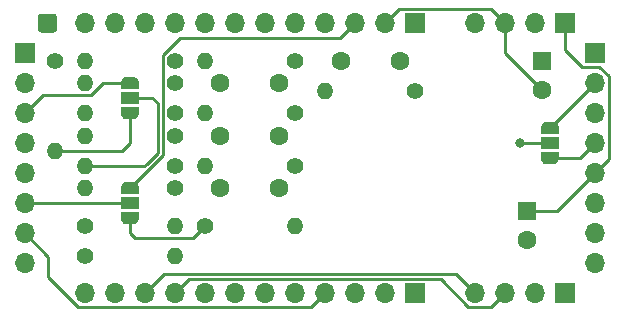
<source format=gbl>
G04 #@! TF.GenerationSoftware,KiCad,Pcbnew,(5.1.6-0-10_14)*
G04 #@! TF.CreationDate,2021-03-21T15:45:56+00:00*
G04 #@! TF.ProjectId,JuntetOnSteroidsTTGO,4a756e74-6574-44f6-9e53-7465726f6964,0.3*
G04 #@! TF.SameCoordinates,PX5faea10PY5734380*
G04 #@! TF.FileFunction,Copper,L2,Bot*
G04 #@! TF.FilePolarity,Positive*
%FSLAX46Y46*%
G04 Gerber Fmt 4.6, Leading zero omitted, Abs format (unit mm)*
G04 Created by KiCad (PCBNEW (5.1.6-0-10_14)) date 2021-03-21 15:45:56*
%MOMM*%
%LPD*%
G01*
G04 APERTURE LIST*
G04 #@! TA.AperFunction,SMDPad,CuDef*
%ADD10R,1.500000X1.000000*%
G04 #@! TD*
G04 #@! TA.AperFunction,SMDPad,CuDef*
%ADD11C,0.100000*%
G04 #@! TD*
G04 #@! TA.AperFunction,ComponentPad*
%ADD12R,1.700000X1.700000*%
G04 #@! TD*
G04 #@! TA.AperFunction,ComponentPad*
%ADD13O,1.700000X1.700000*%
G04 #@! TD*
G04 #@! TA.AperFunction,ComponentPad*
%ADD14O,1.400000X1.400000*%
G04 #@! TD*
G04 #@! TA.AperFunction,ComponentPad*
%ADD15C,1.400000*%
G04 #@! TD*
G04 #@! TA.AperFunction,ComponentPad*
%ADD16C,1.600000*%
G04 #@! TD*
G04 #@! TA.AperFunction,ComponentPad*
%ADD17R,1.600000X1.600000*%
G04 #@! TD*
G04 #@! TA.AperFunction,ViaPad*
%ADD18C,0.800000*%
G04 #@! TD*
G04 #@! TA.AperFunction,Conductor*
%ADD19C,0.250000*%
G04 #@! TD*
G04 APERTURE END LIST*
G04 #@! TO.P,TP1,1*
G04 #@! TO.N,/Vin*
G04 #@! TA.AperFunction,ComponentPad*
G36*
G01*
X4280000Y25485000D02*
X4280000Y26585000D01*
G75*
G02*
X4530000Y26835000I250000J0D01*
G01*
X5630000Y26835000D01*
G75*
G02*
X5880000Y26585000I0J-250000D01*
G01*
X5880000Y25485000D01*
G75*
G02*
X5630000Y25235000I-250000J0D01*
G01*
X4530000Y25235000D01*
G75*
G02*
X4280000Y25485000I0J250000D01*
G01*
G37*
G04 #@! TD.AperFunction*
G04 #@! TD*
D10*
G04 #@! TO.P,JP3,2*
G04 #@! TO.N,Net-(JP3-Pad2)*
X12065000Y19685000D03*
G04 #@! TA.AperFunction,SMDPad,CuDef*
D11*
G04 #@! TO.P,JP3,3*
G04 #@! TO.N,Net-(JP3-Pad3)*
G36*
X12814398Y18385000D02*
G01*
X12814398Y18360466D01*
X12809588Y18311635D01*
X12800016Y18263510D01*
X12785772Y18216555D01*
X12766995Y18171222D01*
X12743864Y18127949D01*
X12716604Y18087150D01*
X12685476Y18049221D01*
X12650779Y18014524D01*
X12612850Y17983396D01*
X12572051Y17956136D01*
X12528778Y17933005D01*
X12483445Y17914228D01*
X12436490Y17899984D01*
X12388365Y17890412D01*
X12339534Y17885602D01*
X12315000Y17885602D01*
X12315000Y17885000D01*
X11815000Y17885000D01*
X11815000Y17885602D01*
X11790466Y17885602D01*
X11741635Y17890412D01*
X11693510Y17899984D01*
X11646555Y17914228D01*
X11601222Y17933005D01*
X11557949Y17956136D01*
X11517150Y17983396D01*
X11479221Y18014524D01*
X11444524Y18049221D01*
X11413396Y18087150D01*
X11386136Y18127949D01*
X11363005Y18171222D01*
X11344228Y18216555D01*
X11329984Y18263510D01*
X11320412Y18311635D01*
X11315602Y18360466D01*
X11315602Y18385000D01*
X11315000Y18385000D01*
X11315000Y18935000D01*
X12815000Y18935000D01*
X12815000Y18385000D01*
X12814398Y18385000D01*
G37*
G04 #@! TD.AperFunction*
G04 #@! TA.AperFunction,SMDPad,CuDef*
G04 #@! TO.P,JP3,1*
G04 #@! TO.N,/Vin_sense*
G36*
X11315000Y20435000D02*
G01*
X11315000Y20985000D01*
X11315602Y20985000D01*
X11315602Y21009534D01*
X11320412Y21058365D01*
X11329984Y21106490D01*
X11344228Y21153445D01*
X11363005Y21198778D01*
X11386136Y21242051D01*
X11413396Y21282850D01*
X11444524Y21320779D01*
X11479221Y21355476D01*
X11517150Y21386604D01*
X11557949Y21413864D01*
X11601222Y21436995D01*
X11646555Y21455772D01*
X11693510Y21470016D01*
X11741635Y21479588D01*
X11790466Y21484398D01*
X11815000Y21484398D01*
X11815000Y21485000D01*
X12315000Y21485000D01*
X12315000Y21484398D01*
X12339534Y21484398D01*
X12388365Y21479588D01*
X12436490Y21470016D01*
X12483445Y21455772D01*
X12528778Y21436995D01*
X12572051Y21413864D01*
X12612850Y21386604D01*
X12650779Y21355476D01*
X12685476Y21320779D01*
X12716604Y21282850D01*
X12743864Y21242051D01*
X12766995Y21198778D01*
X12785772Y21153445D01*
X12800016Y21106490D01*
X12809588Y21058365D01*
X12814398Y21009534D01*
X12814398Y20985000D01*
X12815000Y20985000D01*
X12815000Y20435000D01*
X11315000Y20435000D01*
G37*
G04 #@! TD.AperFunction*
G04 #@! TD*
D12*
G04 #@! TO.P,J3,1*
G04 #@! TO.N,VCC*
X48895000Y26035000D03*
D13*
G04 #@! TO.P,J3,2*
G04 #@! TO.N,/TX*
X46355000Y26035000D03*
G04 #@! TO.P,J3,3*
G04 #@! TO.N,/GND*
X43815000Y26035000D03*
G04 #@! TO.P,J3,4*
G04 #@! TO.N,/RX*
X41275000Y26035000D03*
G04 #@! TD*
G04 #@! TO.P,J6,4*
G04 #@! TO.N,/SDA*
X41275000Y3175000D03*
G04 #@! TO.P,J6,3*
G04 #@! TO.N,/SCL*
X43815000Y3175000D03*
G04 #@! TO.P,J6,2*
G04 #@! TO.N,/GND*
X46355000Y3175000D03*
D12*
G04 #@! TO.P,J6,1*
G04 #@! TO.N,+3V3*
X48895000Y3175000D03*
G04 #@! TD*
D14*
G04 #@! TO.P,R6,2*
G04 #@! TO.N,/GND*
X26035000Y8890000D03*
D15*
G04 #@! TO.P,R6,1*
G04 #@! TO.N,Net-(JP2-Pad3)*
X18415000Y8890000D03*
G04 #@! TD*
D10*
G04 #@! TO.P,JP2,2*
G04 #@! TO.N,/!ON*
X12065000Y10795000D03*
G04 #@! TA.AperFunction,SMDPad,CuDef*
D11*
G04 #@! TO.P,JP2,3*
G04 #@! TO.N,Net-(JP2-Pad3)*
G36*
X12814398Y9495000D02*
G01*
X12814398Y9470466D01*
X12809588Y9421635D01*
X12800016Y9373510D01*
X12785772Y9326555D01*
X12766995Y9281222D01*
X12743864Y9237949D01*
X12716604Y9197150D01*
X12685476Y9159221D01*
X12650779Y9124524D01*
X12612850Y9093396D01*
X12572051Y9066136D01*
X12528778Y9043005D01*
X12483445Y9024228D01*
X12436490Y9009984D01*
X12388365Y9000412D01*
X12339534Y8995602D01*
X12315000Y8995602D01*
X12315000Y8995000D01*
X11815000Y8995000D01*
X11815000Y8995602D01*
X11790466Y8995602D01*
X11741635Y9000412D01*
X11693510Y9009984D01*
X11646555Y9024228D01*
X11601222Y9043005D01*
X11557949Y9066136D01*
X11517150Y9093396D01*
X11479221Y9124524D01*
X11444524Y9159221D01*
X11413396Y9197150D01*
X11386136Y9237949D01*
X11363005Y9281222D01*
X11344228Y9326555D01*
X11329984Y9373510D01*
X11320412Y9421635D01*
X11315602Y9470466D01*
X11315602Y9495000D01*
X11315000Y9495000D01*
X11315000Y10045000D01*
X12815000Y10045000D01*
X12815000Y9495000D01*
X12814398Y9495000D01*
G37*
G04 #@! TD.AperFunction*
G04 #@! TA.AperFunction,SMDPad,CuDef*
G04 #@! TO.P,JP2,1*
G04 #@! TO.N,/GPIO27*
G36*
X11315000Y11545000D02*
G01*
X11315000Y12095000D01*
X11315602Y12095000D01*
X11315602Y12119534D01*
X11320412Y12168365D01*
X11329984Y12216490D01*
X11344228Y12263445D01*
X11363005Y12308778D01*
X11386136Y12352051D01*
X11413396Y12392850D01*
X11444524Y12430779D01*
X11479221Y12465476D01*
X11517150Y12496604D01*
X11557949Y12523864D01*
X11601222Y12546995D01*
X11646555Y12565772D01*
X11693510Y12580016D01*
X11741635Y12589588D01*
X11790466Y12594398D01*
X11815000Y12594398D01*
X11815000Y12595000D01*
X12315000Y12595000D01*
X12315000Y12594398D01*
X12339534Y12594398D01*
X12388365Y12589588D01*
X12436490Y12580016D01*
X12483445Y12565772D01*
X12528778Y12546995D01*
X12572051Y12523864D01*
X12612850Y12496604D01*
X12650779Y12465476D01*
X12685476Y12430779D01*
X12716604Y12392850D01*
X12743864Y12352051D01*
X12766995Y12308778D01*
X12785772Y12263445D01*
X12800016Y12216490D01*
X12809588Y12168365D01*
X12814398Y12119534D01*
X12814398Y12095000D01*
X12815000Y12095000D01*
X12815000Y11545000D01*
X11315000Y11545000D01*
G37*
G04 #@! TD.AperFunction*
G04 #@! TD*
D10*
G04 #@! TO.P,JP1,2*
G04 #@! TO.N,/GND*
X47625000Y15875000D03*
G04 #@! TA.AperFunction,SMDPad,CuDef*
D11*
G04 #@! TO.P,JP1,3*
G04 #@! TO.N,GNDD*
G36*
X48374398Y14575000D02*
G01*
X48374398Y14550466D01*
X48369588Y14501635D01*
X48360016Y14453510D01*
X48345772Y14406555D01*
X48326995Y14361222D01*
X48303864Y14317949D01*
X48276604Y14277150D01*
X48245476Y14239221D01*
X48210779Y14204524D01*
X48172850Y14173396D01*
X48132051Y14146136D01*
X48088778Y14123005D01*
X48043445Y14104228D01*
X47996490Y14089984D01*
X47948365Y14080412D01*
X47899534Y14075602D01*
X47875000Y14075602D01*
X47875000Y14075000D01*
X47375000Y14075000D01*
X47375000Y14075602D01*
X47350466Y14075602D01*
X47301635Y14080412D01*
X47253510Y14089984D01*
X47206555Y14104228D01*
X47161222Y14123005D01*
X47117949Y14146136D01*
X47077150Y14173396D01*
X47039221Y14204524D01*
X47004524Y14239221D01*
X46973396Y14277150D01*
X46946136Y14317949D01*
X46923005Y14361222D01*
X46904228Y14406555D01*
X46889984Y14453510D01*
X46880412Y14501635D01*
X46875602Y14550466D01*
X46875602Y14575000D01*
X46875000Y14575000D01*
X46875000Y15125000D01*
X48375000Y15125000D01*
X48375000Y14575000D01*
X48374398Y14575000D01*
G37*
G04 #@! TD.AperFunction*
G04 #@! TA.AperFunction,SMDPad,CuDef*
G04 #@! TO.P,JP1,1*
G04 #@! TO.N,GNDA*
G36*
X46875000Y16625000D02*
G01*
X46875000Y17175000D01*
X46875602Y17175000D01*
X46875602Y17199534D01*
X46880412Y17248365D01*
X46889984Y17296490D01*
X46904228Y17343445D01*
X46923005Y17388778D01*
X46946136Y17432051D01*
X46973396Y17472850D01*
X47004524Y17510779D01*
X47039221Y17545476D01*
X47077150Y17576604D01*
X47117949Y17603864D01*
X47161222Y17626995D01*
X47206555Y17645772D01*
X47253510Y17660016D01*
X47301635Y17669588D01*
X47350466Y17674398D01*
X47375000Y17674398D01*
X47375000Y17675000D01*
X47875000Y17675000D01*
X47875000Y17674398D01*
X47899534Y17674398D01*
X47948365Y17669588D01*
X47996490Y17660016D01*
X48043445Y17645772D01*
X48088778Y17626995D01*
X48132051Y17603864D01*
X48172850Y17576604D01*
X48210779Y17545476D01*
X48245476Y17510779D01*
X48276604Y17472850D01*
X48303864Y17432051D01*
X48326995Y17388778D01*
X48345772Y17343445D01*
X48360016Y17296490D01*
X48369588Y17248365D01*
X48374398Y17199534D01*
X48374398Y17175000D01*
X48375000Y17175000D01*
X48375000Y16625000D01*
X46875000Y16625000D01*
G37*
G04 #@! TD.AperFunction*
G04 #@! TD*
D16*
G04 #@! TO.P,C31,2*
G04 #@! TO.N,/GND*
X24685000Y12065000D03*
G04 #@! TO.P,C31,1*
G04 #@! TO.N,/ADC12*
X19685000Y12065000D03*
G04 #@! TD*
G04 #@! TO.P,C21,2*
G04 #@! TO.N,/GND*
X24685000Y16510000D03*
G04 #@! TO.P,C21,1*
G04 #@! TO.N,/ADC5*
X19685000Y16510000D03*
G04 #@! TD*
G04 #@! TO.P,C11,2*
G04 #@! TO.N,/GND*
X24685000Y20955000D03*
G04 #@! TO.P,C11,1*
G04 #@! TO.N,/ADC4*
X19685000Y20955000D03*
G04 #@! TD*
G04 #@! TO.P,C3,2*
G04 #@! TO.N,/GND*
X29925000Y22860000D03*
G04 #@! TO.P,C3,1*
G04 #@! TO.N,VCC*
X34925000Y22860000D03*
G04 #@! TD*
D14*
G04 #@! TO.P,R51,2*
G04 #@! TO.N,/GPIO15*
X15875000Y6350000D03*
D15*
G04 #@! TO.P,R51,1*
G04 #@! TO.N,/Vout_set*
X8255000Y6350000D03*
G04 #@! TD*
D14*
G04 #@! TO.P,R41,2*
G04 #@! TO.N,/GPIO13*
X15875000Y8890000D03*
D15*
G04 #@! TO.P,R41,1*
G04 #@! TO.N,/Iout_set*
X8255000Y8890000D03*
G04 #@! TD*
D14*
G04 #@! TO.P,R33,2*
G04 #@! TO.N,/ADC12*
X18415000Y13970000D03*
D15*
G04 #@! TO.P,R33,1*
G04 #@! TO.N,/ADC_pullup*
X26035000Y13970000D03*
G04 #@! TD*
D14*
G04 #@! TO.P,R32,2*
G04 #@! TO.N,/GND*
X8255000Y12065000D03*
D15*
G04 #@! TO.P,R32,1*
G04 #@! TO.N,/ADC12*
X15875000Y12065000D03*
G04 #@! TD*
D14*
G04 #@! TO.P,R31,2*
G04 #@! TO.N,Net-(JP3-Pad2)*
X8255000Y13970000D03*
D15*
G04 #@! TO.P,R31,1*
G04 #@! TO.N,/ADC12*
X15875000Y13970000D03*
G04 #@! TD*
D14*
G04 #@! TO.P,R23,2*
G04 #@! TO.N,/ADC5*
X18415000Y18415000D03*
D15*
G04 #@! TO.P,R23,1*
G04 #@! TO.N,/ADC_pullup*
X26035000Y18415000D03*
G04 #@! TD*
D14*
G04 #@! TO.P,R22,2*
G04 #@! TO.N,/GND*
X8255000Y16510000D03*
D15*
G04 #@! TO.P,R22,1*
G04 #@! TO.N,/ADC5*
X15875000Y16510000D03*
G04 #@! TD*
D14*
G04 #@! TO.P,R21,2*
G04 #@! TO.N,/Vout_sense*
X8255000Y18415000D03*
D15*
G04 #@! TO.P,R21,1*
G04 #@! TO.N,/ADC5*
X15875000Y18415000D03*
G04 #@! TD*
D14*
G04 #@! TO.P,R13,2*
G04 #@! TO.N,/ADC4*
X18415000Y22860000D03*
D15*
G04 #@! TO.P,R13,1*
G04 #@! TO.N,/ADC_pullup*
X26035000Y22860000D03*
G04 #@! TD*
D14*
G04 #@! TO.P,R12,2*
G04 #@! TO.N,/GND*
X8255000Y20955000D03*
D15*
G04 #@! TO.P,R12,1*
G04 #@! TO.N,/ADC4*
X15875000Y20955000D03*
G04 #@! TD*
D14*
G04 #@! TO.P,R11,2*
G04 #@! TO.N,/Iout_sense*
X8255000Y22860000D03*
D15*
G04 #@! TO.P,R11,1*
G04 #@! TO.N,/ADC4*
X15875000Y22860000D03*
G04 #@! TD*
D14*
G04 #@! TO.P,R34,2*
G04 #@! TO.N,Net-(JP3-Pad3)*
X5715000Y15240000D03*
D15*
G04 #@! TO.P,R34,1*
G04 #@! TO.N,/Vin*
X5715000Y22860000D03*
G04 #@! TD*
D14*
G04 #@! TO.P,R1,2*
G04 #@! TO.N,/ADC_pullup*
X28575000Y20320000D03*
D15*
G04 #@! TO.P,R1,1*
G04 #@! TO.N,VCC*
X36195000Y20320000D03*
G04 #@! TD*
D13*
G04 #@! TO.P,J5,12*
G04 #@! TO.N,/GND*
X8255000Y3175000D03*
G04 #@! TO.P,J5,11*
X10795000Y3175000D03*
G04 #@! TO.P,J5,10*
G04 #@! TO.N,/SDA*
X13335000Y3175000D03*
G04 #@! TO.P,J5,9*
G04 #@! TO.N,/SCL*
X15875000Y3175000D03*
G04 #@! TO.P,J5,8*
G04 #@! TO.N,Net-(J5-Pad8)*
X18415000Y3175000D03*
G04 #@! TO.P,J5,7*
G04 #@! TO.N,/ADC12*
X20955000Y3175000D03*
G04 #@! TO.P,J5,6*
G04 #@! TO.N,/GPIO15*
X23495000Y3175000D03*
G04 #@! TO.P,J5,5*
G04 #@! TO.N,/GPIO13*
X26035000Y3175000D03*
G04 #@! TO.P,J5,4*
G04 #@! TO.N,/FAN*
X28575000Y3175000D03*
G04 #@! TO.P,J5,3*
G04 #@! TO.N,/GND*
X31115000Y3175000D03*
G04 #@! TO.P,J5,2*
X33655000Y3175000D03*
D12*
G04 #@! TO.P,J5,1*
G04 #@! TO.N,+3V3*
X36195000Y3175000D03*
G04 #@! TD*
D13*
G04 #@! TO.P,J4,12*
G04 #@! TO.N,+3V3*
X8255000Y26035000D03*
G04 #@! TO.P,J4,11*
G04 #@! TO.N,Net-(J4-Pad11)*
X10795000Y26035000D03*
G04 #@! TO.P,J4,10*
G04 #@! TO.N,Net-(J4-Pad10)*
X13335000Y26035000D03*
G04 #@! TO.P,J4,9*
G04 #@! TO.N,Net-(J4-Pad9)*
X15875000Y26035000D03*
G04 #@! TO.P,J4,8*
G04 #@! TO.N,Net-(J4-Pad8)*
X18415000Y26035000D03*
G04 #@! TO.P,J4,7*
G04 #@! TO.N,/ADC4*
X20955000Y26035000D03*
G04 #@! TO.P,J4,6*
G04 #@! TO.N,/ADC5*
X23495000Y26035000D03*
G04 #@! TO.P,J4,5*
G04 #@! TO.N,Net-(J4-Pad5)*
X26035000Y26035000D03*
G04 #@! TO.P,J4,4*
G04 #@! TO.N,Net-(J4-Pad4)*
X28575000Y26035000D03*
G04 #@! TO.P,J4,3*
G04 #@! TO.N,/GPIO27*
X31115000Y26035000D03*
G04 #@! TO.P,J4,2*
G04 #@! TO.N,/GND*
X33655000Y26035000D03*
D12*
G04 #@! TO.P,J4,1*
G04 #@! TO.N,VCC*
X36195000Y26035000D03*
G04 #@! TD*
D13*
G04 #@! TO.P,J2,8*
G04 #@! TO.N,/RX*
X51435000Y5715000D03*
G04 #@! TO.P,J2,7*
G04 #@! TO.N,/TX*
X51435000Y8255000D03*
G04 #@! TO.P,J2,6*
G04 #@! TO.N,Net-(J2-Pad6)*
X51435000Y10795000D03*
G04 #@! TO.P,J2,5*
G04 #@! TO.N,VCC*
X51435000Y13335000D03*
G04 #@! TO.P,J2,4*
G04 #@! TO.N,GNDD*
X51435000Y15875000D03*
G04 #@! TO.P,J2,3*
X51435000Y18415000D03*
G04 #@! TO.P,J2,2*
G04 #@! TO.N,GNDA*
X51435000Y20955000D03*
D12*
G04 #@! TO.P,J2,1*
X51435000Y23495000D03*
G04 #@! TD*
D13*
G04 #@! TO.P,J1,8*
G04 #@! TO.N,Net-(J1-Pad8)*
X3175000Y5715000D03*
G04 #@! TO.P,J1,7*
G04 #@! TO.N,/FAN*
X3175000Y8255000D03*
G04 #@! TO.P,J1,6*
G04 #@! TO.N,/!ON*
X3175000Y10795000D03*
G04 #@! TO.P,J1,5*
G04 #@! TO.N,/Vout_set*
X3175000Y13335000D03*
G04 #@! TO.P,J1,4*
G04 #@! TO.N,/Iout_set*
X3175000Y15875000D03*
G04 #@! TO.P,J1,3*
G04 #@! TO.N,/Vin_sense*
X3175000Y18415000D03*
G04 #@! TO.P,J1,2*
G04 #@! TO.N,/Vout_sense*
X3175000Y20955000D03*
D12*
G04 #@! TO.P,J1,1*
G04 #@! TO.N,/Iout_sense*
X3175000Y23495000D03*
G04 #@! TD*
D16*
G04 #@! TO.P,C2,2*
G04 #@! TO.N,/GND*
X45720000Y7660000D03*
D17*
G04 #@! TO.P,C2,1*
G04 #@! TO.N,VCC*
X45720000Y10160000D03*
G04 #@! TD*
D16*
G04 #@! TO.P,C1,2*
G04 #@! TO.N,/GND*
X46990000Y20360000D03*
D17*
G04 #@! TO.P,C1,1*
G04 #@! TO.N,/ADC_pullup*
X46990000Y22860000D03*
G04 #@! TD*
D18*
G04 #@! TO.N,/GND*
X45085000Y15875000D03*
G04 #@! TD*
D19*
G04 #@! TO.N,VCC*
X48260000Y10160000D02*
X51435000Y13335000D01*
X45720000Y10160000D02*
X48260000Y10160000D01*
X52610001Y14510001D02*
X51435000Y13335000D01*
X52610001Y21519001D02*
X52610001Y14510001D01*
X51809003Y22319999D02*
X52610001Y21519001D01*
X50324999Y22319999D02*
X51809003Y22319999D01*
X48895000Y23749998D02*
X50324999Y22319999D01*
X48895000Y26035000D02*
X48895000Y23749998D01*
G04 #@! TO.N,/Vin_sense*
X8747001Y19929999D02*
X4689999Y19929999D01*
X4689999Y19929999D02*
X3175000Y18415000D01*
X9802002Y20985000D02*
X9331001Y20513999D01*
X12065000Y20985000D02*
X9802002Y20985000D01*
X9331001Y20513999D02*
X8747001Y19929999D01*
X9525000Y20707998D02*
X9331001Y20513999D01*
G04 #@! TO.N,GNDD*
X50135000Y14575000D02*
X51435000Y15875000D01*
X47625000Y14575000D02*
X50135000Y14575000D01*
G04 #@! TO.N,/GND*
X34830001Y27210001D02*
X33655000Y26035000D01*
X42639999Y27210001D02*
X34830001Y27210001D01*
X43815000Y26035000D02*
X42639999Y27210001D01*
X47625000Y15875000D02*
X45085000Y15875000D01*
X43815000Y23535000D02*
X46990000Y20360000D01*
X43815000Y26035000D02*
X43815000Y23535000D01*
G04 #@! TO.N,GNDA*
X51405000Y20955000D02*
X51435000Y20955000D01*
X47625000Y17175000D02*
X51405000Y20955000D01*
G04 #@! TO.N,/FAN*
X27399999Y1999999D02*
X28575000Y3175000D01*
X5162999Y4527999D02*
X7690999Y1999999D01*
X7690999Y1999999D02*
X27399999Y1999999D01*
X5162999Y6267001D02*
X5162999Y4527999D01*
X3175000Y8255000D02*
X5162999Y6267001D01*
G04 #@! TO.N,/!ON*
X12065000Y10795000D02*
X3175000Y10795000D01*
G04 #@! TO.N,/GPIO27*
X14849999Y23352001D02*
X16262998Y24765000D01*
X14849999Y14849999D02*
X14849999Y23352001D01*
X13667500Y13667500D02*
X14849999Y14849999D01*
X29845000Y24765000D02*
X31115000Y26035000D01*
X16262998Y24765000D02*
X29845000Y24765000D01*
X13637500Y13667500D02*
X13667500Y13667500D01*
X12065000Y12095000D02*
X13637500Y13667500D01*
G04 #@! TO.N,/SDA*
X39649989Y4800011D02*
X41275000Y3175000D01*
X14960011Y4800011D02*
X39649989Y4800011D01*
X13335000Y3175000D02*
X14960011Y4800011D01*
G04 #@! TO.N,/SCL*
X40710999Y1999999D02*
X42639999Y1999999D01*
X42639999Y1999999D02*
X43815000Y3175000D01*
X17050001Y4350001D02*
X38360997Y4350001D01*
X38360997Y4350001D02*
X40710999Y1999999D01*
X15875000Y3175000D02*
X17050001Y4350001D01*
G04 #@! TO.N,Net-(JP2-Pad3)*
X12065000Y9495000D02*
X12065000Y8255000D01*
X17389999Y7864999D02*
X18415000Y8890000D01*
X12455001Y7864999D02*
X17389999Y7864999D01*
X12065000Y8255000D02*
X12455001Y7864999D01*
G04 #@! TO.N,Net-(JP3-Pad2)*
X12065000Y19685000D02*
X13970000Y19685000D01*
X13970000Y19685000D02*
X14399989Y19255011D01*
X14399989Y19255011D02*
X14399989Y15036399D01*
X14399989Y15036399D02*
X13481100Y14117510D01*
X13303590Y13970000D02*
X8255000Y13970000D01*
X13451100Y14117510D02*
X13303590Y13970000D01*
X13481100Y14117510D02*
X13451100Y14117510D01*
G04 #@! TO.N,Net-(JP3-Pad3)*
X5715000Y15240000D02*
X11430000Y15240000D01*
X12065000Y15875000D02*
X12065000Y18385000D01*
X11430000Y15240000D02*
X12065000Y15875000D01*
G04 #@! TD*
M02*

</source>
